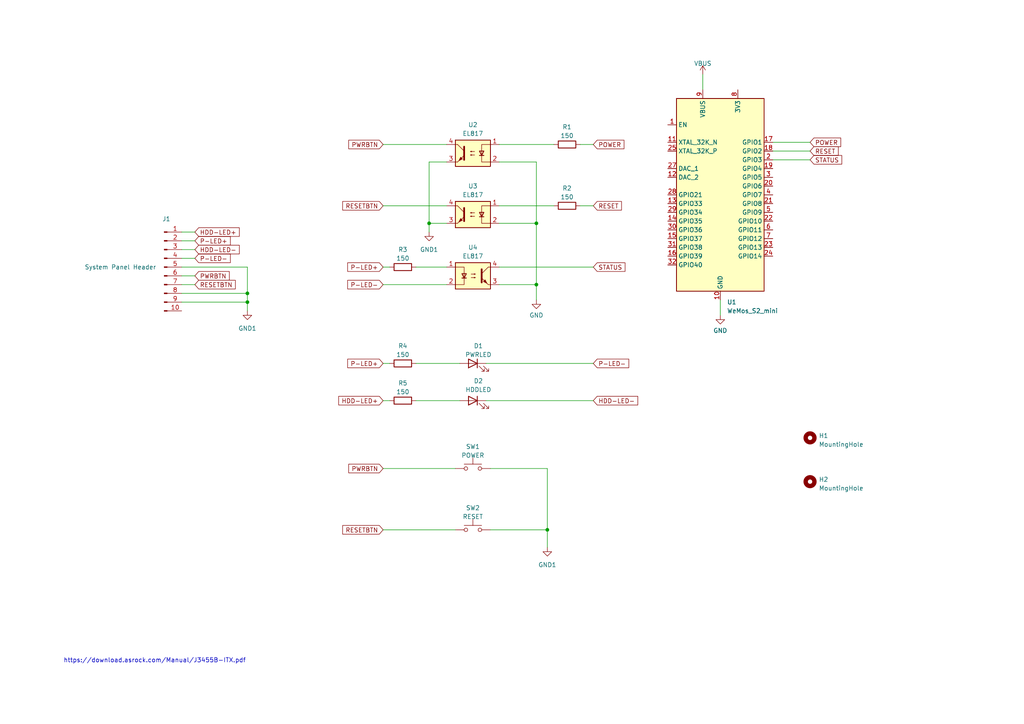
<source format=kicad_sch>
(kicad_sch (version 20230409) (generator eeschema)
  (paper "A4")
  (lib_symbols
    (symbol "Connector:Conn_01x10_Pin" (pin_names (offset 1.016) hide)
      (property "Reference" "J" (at 0 12.7 0))
      (property "Value" "Conn_01x10_Pin" (at 0 -15.24 0))
      (symbol "Conn_01x10_Pin_1_1"
        (polyline (pts (xy 1.27 -12.7) (xy 0.8636 -12.7)) (stroke (width 0.1524)))
        (polyline (pts (xy 1.27 -10.16) (xy 0.8636 -10.16)) (stroke (width 0.1524)))
        (polyline (pts (xy 1.27 -7.62) (xy 0.8636 -7.62)) (stroke (width 0.1524)))
        (polyline (pts (xy 1.27 -5.08) (xy 0.8636 -5.08)) (stroke (width 0.1524)))
        (polyline (pts (xy 1.27 -2.54) (xy 0.8636 -2.54)) (stroke (width 0.1524)))
        (polyline (pts (xy 1.27 0) (xy 0.8636 0)) (stroke (width 0.1524)))
        (polyline (pts (xy 1.27 2.54) (xy 0.8636 2.54)) (stroke (width 0.1524)))
        (polyline (pts (xy 1.27 5.08) (xy 0.8636 5.08)) (stroke (width 0.1524)))
        (polyline (pts (xy 1.27 7.62) (xy 0.8636 7.62)) (stroke (width 0.1524)))
        (polyline (pts (xy 1.27 10.16) (xy 0.8636 10.16)) (stroke (width 0.1524)))
        (rectangle (start 0.8636 -12.573) (end 0 -12.827) (stroke (width 0.1524)) (fill (type outline)))
        (rectangle (start 0.8636 -10.033) (end 0 -10.287) (stroke (width 0.1524)) (fill (type outline)))
        (rectangle (start 0.8636 -7.493) (end 0 -7.747) (stroke (width 0.1524)) (fill (type outline)))
        (rectangle (start 0.8636 -4.953) (end 0 -5.207) (stroke (width 0.1524)) (fill (type outline)))
        (rectangle (start 0.8636 -2.413) (end 0 -2.667) (stroke (width 0.1524)) (fill (type outline)))
        (rectangle (start 0.8636 0.127) (end 0 -0.127) (stroke (width 0.1524)) (fill (type outline)))
        (rectangle (start 0.8636 2.667) (end 0 2.413) (stroke (width 0.1524)) (fill (type outline)))
        (rectangle (start 0.8636 5.207) (end 0 4.953) (stroke (width 0.1524)) (fill (type outline)))
        (rectangle (start 0.8636 7.747) (end 0 7.493) (stroke (width 0.1524)) (fill (type outline)))
        (rectangle (start 0.8636 10.287) (end 0 10.033) (stroke (width 0.1524)) (fill (type outline)))
        (pin passive line (at 5.08 10.16 180) (length 3.81) (name "Pin_1") (number "1"))
        (pin passive line (at 5.08 -12.7 180) (length 3.81) (name "Pin_10") (number "10"))
        (pin passive line (at 5.08 7.62 180) (length 3.81) (name "Pin_2") (number "2"))
        (pin passive line (at 5.08 5.08 180) (length 3.81) (name "Pin_3") (number "3"))
        (pin passive line (at 5.08 2.54 180) (length 3.81) (name "Pin_4") (number "4"))
        (pin passive line (at 5.08 0 180) (length 3.81) (name "Pin_5") (number "5"))
        (pin passive line (at 5.08 -2.54 180) (length 3.81) (name "Pin_6") (number "6"))
        (pin passive line (at 5.08 -5.08 180) (length 3.81) (name "Pin_7") (number "7"))
        (pin passive line (at 5.08 -7.62 180) (length 3.81) (name "Pin_8") (number "8"))
        (pin passive line (at 5.08 -10.16 180) (length 3.81) (name "Pin_9") (number "9"))
      )
    )
    (symbol "Device:LED" (pin_numbers hide) (pin_names (offset 1.016) hide)
      (property "Reference" "D" (at 0 2.54 0))
      (property "Value" "LED" (at 0 -2.54 0))
      (symbol "LED_0_1"
        (polyline (pts (xy -1.27 -1.27) (xy -1.27 1.27)) (stroke (width 0.254)))
        (polyline (pts (xy -1.27 0) (xy 1.27 0)))
        (polyline (pts (xy 1.27 -1.27) (xy 1.27 1.27) (xy -1.27 0) (xy 1.27 -1.27)) (stroke (width 0.254)))
        (polyline (pts (xy -3.048 -0.762) (xy -4.572 -2.286) (xy -3.81 -2.286) (xy -4.572 -2.286) (xy -4.572 -1.524)))
        (polyline (pts (xy -1.778 -0.762) (xy -3.302 -2.286) (xy -2.54 -2.286) (xy -3.302 -2.286) (xy -3.302 -1.524)))
      )
      (symbol "LED_1_1"
        (pin passive line (at -3.81 0 0) (length 2.54) (name "K") (number "1"))
        (pin passive line (at 3.81 0 180) (length 2.54) (name "A") (number "2"))
      )
    )
    (symbol "Device:R" (pin_numbers hide) (pin_names (offset 0))
      (property "Reference" "R" (at 2.032 0 90))
      (property "Value" "R" (at 0 0 90))
      (symbol "R_0_1"
        (rectangle (start -1.016 -2.54) (end 1.016 2.54) (stroke (width 0.254)))
      )
      (symbol "R_1_1"
        (pin passive line (at 0 3.81 270) (length 1.27) (name "~") (number "1"))
        (pin passive line (at 0 -3.81 90) (length 1.27) (name "~") (number "2"))
      )
    )
    (symbol "Isolator:EL817" (pin_names (offset 1.016))
      (property "Reference" "U" (at -5.08 5.08 0))
      (property "Value" "EL817" (at 0 5.08 0))
      (symbol "EL817_0_1"
        (rectangle (start -5.08 3.81) (end 5.08 -3.81) (stroke (width 0.254)) (fill (type background)))
        (polyline (pts (xy -3.175 -0.635) (xy -1.905 -0.635)) (stroke (width 0.254)))
        (polyline (pts (xy 2.54 0.635) (xy 4.445 2.54)))
        (polyline (pts (xy 4.445 -2.54) (xy 2.54 -0.635)) (fill (type outline)))
        (polyline (pts (xy 4.445 -2.54) (xy 5.08 -2.54)))
        (polyline (pts (xy 4.445 2.54) (xy 5.08 2.54)))
        (polyline (pts (xy -5.08 2.54) (xy -2.54 2.54) (xy -2.54 -0.635)))
        (polyline (pts (xy -2.54 -0.635) (xy -2.54 -2.54) (xy -5.08 -2.54)))
        (polyline (pts (xy 2.54 1.905) (xy 2.54 -1.905) (xy 2.54 -1.905)) (stroke (width 0.508)))
        (polyline (pts (xy -2.54 -0.635) (xy -3.175 0.635) (xy -1.905 0.635) (xy -2.54 -0.635)) (stroke (width 0.254)))
        (polyline (pts (xy -0.508 -0.508) (xy 0.762 -0.508) (xy 0.381 -0.635) (xy 0.381 -0.381) (xy 0.762 -0.508)))
        (polyline (pts (xy -0.508 0.508) (xy 0.762 0.508) (xy 0.381 0.381) (xy 0.381 0.635) (xy 0.762 0.508)))
        (polyline (pts (xy 3.048 -1.651) (xy 3.556 -1.143) (xy 4.064 -2.159) (xy 3.048 -1.651) (xy 3.048 -1.651)) (fill (type outline)))
      )
      (symbol "EL817_1_1"
        (pin passive line (at -7.62 2.54 0) (length 2.54) (name "~") (number "1"))
        (pin passive line (at -7.62 -2.54 0) (length 2.54) (name "~") (number "2"))
        (pin passive line (at 7.62 -2.54 180) (length 2.54) (name "~") (number "3"))
        (pin passive line (at 7.62 2.54 180) (length 2.54) (name "~") (number "4"))
      )
    )
    (symbol "MCU_Module:WeMos_S2_mini"
      (property "Reference" "U" (at 2.54 -30.48 0))
      (property "Value" "WeMos_S2_mini" (at 2.54 -33.02 0))
      (symbol "WeMos_S2_mini_1_1"
        (rectangle (start -12.7 27.94) (end 12.7 -27.94) (stroke (width 0.254)) (fill (type background)))
        (pin input line (at -15.24 20.32 0) (length 2.54) (name "EN") (number "1"))
        (pin power_in line (at 0 -30.48 90) (length 2.54) (name "GND") (number "10"))
        (pin input line (at -15.24 15.24 0) (length 2.54) (name "XTAL_32K_N") (number "11"))
        (pin output line (at -15.24 5.08 0) (length 2.54) (name "DAC_2") (number "12"))
        (pin bidirectional line (at -15.24 -2.54 0) (length 2.54) (name "GPIO33") (number "13"))
        (pin bidirectional line (at -15.24 -7.62 0) (length 2.54) (name "GPIO35") (number "14"))
        (pin bidirectional line (at -15.24 -12.7 0) (length 2.54) (name "GPIO37") (number "15"))
        (pin bidirectional line (at -15.24 -17.78 0) (length 2.54) (name "GPIO39") (number "16"))
        (pin bidirectional line (at 15.24 15.24 180) (length 2.54) (name "GPIO1") (number "17"))
        (pin bidirectional line (at 15.24 12.7 180) (length 2.54) (name "GPIO2") (number "18"))
        (pin bidirectional line (at 15.24 7.62 180) (length 2.54) (name "GPIO4") (number "19"))
        (pin bidirectional line (at 15.24 10.16 180) (length 2.54) (name "GPIO3") (number "2"))
        (pin bidirectional line (at 15.24 2.54 180) (length 2.54) (name "GPIO6") (number "20"))
        (pin bidirectional line (at 15.24 -2.54 180) (length 2.54) (name "GPIO8") (number "21"))
        (pin bidirectional line (at 15.24 -7.62 180) (length 2.54) (name "GPIO10") (number "22"))
        (pin bidirectional line (at 15.24 -15.24 180) (length 2.54) (name "GPIO13") (number "23"))
        (pin bidirectional line (at 15.24 -17.78 180) (length 2.54) (name "GPIO14") (number "24"))
        (pin output line (at -15.24 12.7 0) (length 2.54) (name "XTAL_32K_P") (number "25"))
        (pin passive line (at 0 -30.48 90) (length 2.54) hide (name "GND") (number "26"))
        (pin output line (at -15.24 7.62 0) (length 2.54) (name "DAC_1") (number "27"))
        (pin bidirectional line (at -15.24 0 0) (length 2.54) (name "GPIO21") (number "28"))
        (pin bidirectional line (at -15.24 -5.08 0) (length 2.54) (name "GPIO34") (number "29"))
        (pin bidirectional line (at 15.24 5.08 180) (length 2.54) (name "GPIO5") (number "3"))
        (pin bidirectional line (at -15.24 -10.16 0) (length 2.54) (name "GPIO36") (number "30"))
        (pin bidirectional line (at -15.24 -15.24 0) (length 2.54) (name "GPIO38") (number "31"))
        (pin bidirectional line (at -15.24 -20.32 0) (length 2.54) (name "GPIO40") (number "32"))
        (pin bidirectional line (at 15.24 0 180) (length 2.54) (name "GPIO7") (number "4"))
        (pin bidirectional line (at 15.24 -5.08 180) (length 2.54) (name "GPIO9") (number "5"))
        (pin bidirectional line (at 15.24 -10.16 180) (length 2.54) (name "GPIO11") (number "6"))
        (pin bidirectional line (at 15.24 -12.7 180) (length 2.54) (name "GPIO12") (number "7"))
        (pin power_out line (at 5.08 30.48 270) (length 2.54) (name "3V3") (number "8"))
        (pin power_out line (at -5.08 30.48 270) (length 2.54) (name "VBUS") (number "9"))
      )
    )
    (symbol "Mechanical:MountingHole" (pin_names (offset 1.016))
      (property "Reference" "H" (at 0 5.08 0))
      (property "Value" "MountingHole" (at 0 3.175 0))
      (symbol "MountingHole_0_1"
        (circle (center 0 0) (radius 1.27) (stroke (width 1.27)))
      )
    )
    (symbol "Switch:SW_Push" (pin_numbers hide) (pin_names (offset 1.016) hide)
      (property "Reference" "SW" (at 1.27 2.54 0))
      (property "Value" "SW_Push" (at 0 -1.524 0))
      (symbol "SW_Push_0_1"
        (circle (center -2.032 0) (radius 0.508))
        (polyline (pts (xy 0 1.27) (xy 0 3.048)))
        (polyline (pts (xy 2.54 1.27) (xy -2.54 1.27)))
        (circle (center 2.032 0) (radius 0.508))
        (pin passive line (at -5.08 0 0) (length 2.54) (name "1") (number "1"))
        (pin passive line (at 5.08 0 180) (length 2.54) (name "2") (number "2"))
      )
    )
    (symbol "power:GND" (power) (pin_names (offset 0))
      (property "Value" "GND" (at 0 -3.81 0))
      (symbol "GND_0_1"
        (polyline (pts (xy 0 0) (xy 0 -1.27) (xy 1.27 -1.27) (xy 0 -2.54) (xy -1.27 -1.27) (xy 0 -1.27)))
      )
      (symbol "GND_1_1"
        (pin power_in line (at 0 0 270) (length 0) hide (name "GND") (number "1"))
      )
    )
    (symbol "power:GND1" (power) (pin_names (offset 0))
      (property "Value" "GND1" (at 0 -3.81 0))
      (symbol "GND1_0_1"
        (polyline (pts (xy 0 0) (xy 0 -1.27) (xy 1.27 -1.27) (xy 0 -2.54) (xy -1.27 -1.27) (xy 0 -1.27)))
      )
      (symbol "GND1_1_1"
        (pin power_in line (at 0 0 270) (length 0) hide (name "GND1") (number "1"))
      )
    )
    (symbol "power:VBUS" (power) (pin_names (offset 0))
      (property "Value" "VBUS" (at 0 3.81 0))
      (symbol "VBUS_0_1"
        (polyline (pts (xy -0.762 1.27) (xy 0 2.54)))
        (polyline (pts (xy 0 0) (xy 0 2.54)))
        (polyline (pts (xy 0 2.54) (xy 0.762 1.27)))
      )
      (symbol "VBUS_1_1"
        (pin power_in line (at 0 0 90) (length 0) hide (name "VBUS") (number "1"))
      )
    )
  )
  (junction (at 124.46 64.77))
  (junction (at 158.75 153.67))
  (junction (at 71.755 87.63))
  (junction (at 155.575 82.55))
  (junction (at 155.575 64.77))
  (junction (at 71.755 85.09))
  (wire (pts (xy 124.46 64.77) (xy 129.54 64.77)))
  (wire (pts (xy 111.125 116.205) (xy 113.03 116.205)))
  (wire (pts (xy 158.75 153.67) (xy 158.75 135.89)))
  (wire (pts (xy 52.705 67.31) (xy 56.515 67.31)))
  (wire (pts (xy 168.275 59.69) (xy 172.085 59.69)))
  (wire (pts (xy 208.915 86.995) (xy 208.915 91.44)))
  (wire (pts (xy 111.125 135.89) (xy 132.08 135.89)))
  (wire (pts (xy 52.705 72.39) (xy 56.515 72.39)))
  (wire (pts (xy 52.705 80.01) (xy 56.515 80.01)))
  (wire (pts (xy 158.75 158.75) (xy 158.75 153.67)))
  (wire (pts (xy 111.125 77.47) (xy 113.03 77.47)))
  (wire (pts (xy 224.155 41.275) (xy 234.95 41.275)))
  (wire (pts (xy 144.78 77.47) (xy 172.085 77.47)))
  (wire (pts (xy 52.705 69.85) (xy 56.515 69.85)))
  (wire (pts (xy 155.575 64.77) (xy 155.575 82.55)))
  (wire (pts (xy 120.65 116.205) (xy 133.35 116.205)))
  (wire (pts (xy 129.54 46.99) (xy 124.46 46.99)))
  (wire (pts (xy 52.705 74.93) (xy 56.515 74.93)))
  (wire (pts (xy 144.78 64.77) (xy 155.575 64.77)))
  (wire (pts (xy 120.65 105.41) (xy 133.35 105.41)))
  (wire (pts (xy 111.125 82.55) (xy 129.54 82.55)))
  (wire (pts (xy 52.705 77.47) (xy 71.755 77.47)))
  (wire (pts (xy 111.125 153.67) (xy 132.08 153.67)))
  (wire (pts (xy 144.78 82.55) (xy 155.575 82.55)))
  (wire (pts (xy 224.155 43.815) (xy 234.95 43.815)))
  (wire (pts (xy 142.24 153.67) (xy 158.75 153.67)))
  (wire (pts (xy 168.275 41.91) (xy 172.085 41.91)))
  (wire (pts (xy 144.78 41.91) (xy 160.655 41.91)))
  (wire (pts (xy 71.755 87.63) (xy 71.755 90.17)))
  (wire (pts (xy 111.125 105.41) (xy 113.03 105.41)))
  (wire (pts (xy 155.575 82.55) (xy 155.575 86.995)))
  (wire (pts (xy 140.97 105.41) (xy 172.085 105.41)))
  (wire (pts (xy 71.755 85.09) (xy 71.755 87.63)))
  (wire (pts (xy 144.78 59.69) (xy 160.655 59.69)))
  (wire (pts (xy 111.125 41.91) (xy 129.54 41.91)))
  (wire (pts (xy 111.125 59.69) (xy 129.54 59.69)))
  (wire (pts (xy 52.705 85.09) (xy 71.755 85.09)))
  (wire (pts (xy 142.24 135.89) (xy 158.75 135.89)))
  (wire (pts (xy 52.705 82.55) (xy 56.515 82.55)))
  (wire (pts (xy 52.705 87.63) (xy 71.755 87.63)))
  (wire (pts (xy 155.575 46.99) (xy 155.575 64.77)))
  (wire (pts (xy 124.46 67.31) (xy 124.46 64.77)))
  (wire (pts (xy 203.835 26.035) (xy 203.835 21.59)))
  (wire (pts (xy 120.65 77.47) (xy 129.54 77.47)))
  (wire (pts (xy 144.78 46.99) (xy 155.575 46.99)))
  (wire (pts (xy 140.97 116.205) (xy 172.085 116.205)))
  (wire (pts (xy 124.46 46.99) (xy 124.46 64.77)))
  (wire (pts (xy 71.755 77.47) (xy 71.755 85.09)))
  (wire (pts (xy 224.155 46.355) (xy 234.95 46.355)))
  (text "https://download.asrock.com/Manual/J3455B-ITX.pdf" (at 18.415 192.405 0) (effects (font (size 1.27 1.27)) (justify left bottom)))
  (global_label "HDD-LED-" (shape input) (at 56.515 72.39 0) (property "Intersheetrefs" "${INTERSHEET_REFS}" (effects hide)))
  (global_label "STATUS" (shape input) (at 234.95 46.355 0) (property "Intersheetrefs" "${INTERSHEET_REFS}" (effects hide)))
  (global_label "P-LED-" (shape input) (at 56.515 74.93 0) (property "Intersheetrefs" "${INTERSHEET_REFS}" (effects hide)))
  (global_label "STATUS" (shape input) (at 172.085 77.47 0) (property "Intersheetrefs" "${INTERSHEET_REFS}" (effects hide)))
  (global_label "HDD-LED+" (shape input) (at 56.515 67.31 0) (property "Intersheetrefs" "${INTERSHEET_REFS}" (effects hide)))
  (global_label "HDD-LED+" (shape input) (at 111.125 116.205 180) (property "Intersheetrefs" "${INTERSHEET_REFS}" (effects hide)))
  (global_label "PWRBTN" (shape input) (at 56.515 80.01 0) (property "Intersheetrefs" "${INTERSHEET_REFS}" (effects hide)))
  (global_label "HDD-LED-" (shape input) (at 172.085 116.205 0) (property "Intersheetrefs" "${INTERSHEET_REFS}" (effects hide)))
  (global_label "P-LED+" (shape input) (at 111.125 105.41 180) (property "Intersheetrefs" "${INTERSHEET_REFS}" (effects hide)))
  (global_label "P-LED+" (shape input) (at 111.125 77.47 180) (property "Intersheetrefs" "${INTERSHEET_REFS}" (effects hide)))
  (global_label "RESET" (shape input) (at 172.085 59.69 0) (property "Intersheetrefs" "${INTERSHEET_REFS}" (effects hide)))
  (global_label "P-LED+" (shape input) (at 56.515 69.85 0) (property "Intersheetrefs" "${INTERSHEET_REFS}" (effects hide)))
  (global_label "PWRBTN" (shape input) (at 111.125 135.89 180) (property "Intersheetrefs" "${INTERSHEET_REFS}" (effects hide)))
  (global_label "RESETBTN" (shape input) (at 111.125 59.69 180) (property "Intersheetrefs" "${INTERSHEET_REFS}" (effects hide)))
  (global_label "POWER" (shape input) (at 234.95 41.275 0) (property "Intersheetrefs" "${INTERSHEET_REFS}" (effects hide)))
  (global_label "P-LED-" (shape input) (at 111.125 82.55 180) (property "Intersheetrefs" "${INTERSHEET_REFS}" (effects hide)))
  (global_label "RESETBTN" (shape input) (at 56.515 82.55 0) (property "Intersheetrefs" "${INTERSHEET_REFS}" (effects hide)))
  (global_label "RESET" (shape input) (at 234.95 43.815 0) (property "Intersheetrefs" "${INTERSHEET_REFS}" (effects hide)))
  (global_label "RESETBTN" (shape input) (at 111.125 153.67 180) (property "Intersheetrefs" "${INTERSHEET_REFS}" (effects hide)))
  (global_label "POWER" (shape input) (at 172.085 41.91 0) (property "Intersheetrefs" "${INTERSHEET_REFS}" (effects hide)))
  (global_label "PWRBTN" (shape input) (at 111.125 41.91 180) (property "Intersheetrefs" "${INTERSHEET_REFS}" (effects hide)))
  (global_label "P-LED-" (shape input) (at 172.085 105.41 0) (property "Intersheetrefs" "${INTERSHEET_REFS}" (effects hide)))
  (symbol (lib_id "Switch:SW_Push") (at 137.16 153.67 0) (unit 1)
    (property "Reference" "SW2" (at 137.16 147.32 0))
    (property "Value" "RESET" (at 137.16 149.86 0))
    (property "Footprint" "Button_Switch_THT:SW_PUSH_6mm_H5mm" (effects hide))
  )
  (symbol (lib_id "Device:R") (at 116.84 116.205 90) (unit 1)
    (property "Reference" "R5" (at 116.84 111.125 90))
    (property "Value" "150" (at 116.84 113.665 90))
    (property "Footprint" "Resistor_SMD:R_0603_1608Metric" (effects hide))
  )
  (symbol (lib_id "Device:R") (at 116.84 105.41 90) (unit 1)
    (property "Reference" "R4" (at 116.84 100.33 90))
    (property "Value" "150" (at 116.84 102.87 90))
    (property "Footprint" "Resistor_SMD:R_0603_1608Metric" (effects hide))
  )
  (symbol (lib_id "power:GND1") (at 71.755 90.17 0) (unit 1)
    (property "Reference" "#PWR05" (effects hide))
    (property "Value" "GND1" (at 71.755 95.25 0))
  )
  (symbol (lib_id "Mechanical:MountingHole") (at 234.95 139.7 0) (unit 1)
    (property "Reference" "H2" (at 237.49 139.065 0) (effects (justify left)))
    (property "Value" "MountingHole" (at 237.49 141.605 0) (effects (justify left)))
    (property "Footprint" "MountingHole:MountingHole_3.2mm_M3" (effects hide))
  )
  (symbol (lib_id "Device:R") (at 164.465 59.69 90) (unit 1)
    (property "Reference" "R2" (at 164.465 54.61 90))
    (property "Value" "150" (at 164.465 57.15 90))
    (property "Footprint" "Resistor_SMD:R_0603_1608Metric" (effects hide))
  )
  (symbol (lib_id "Isolator:EL817") (at 137.16 62.23 0) (mirror y) (unit 1)
    (property "Reference" "U3" (at 137.16 53.975 0))
    (property "Value" "EL817" (at 137.16 56.515 0))
    (property "Footprint" "Package_DIP:DIP-4_W7.62mm_SMDSocket_SmallPads" (effects hide))
    (property "Datasheet" "http://www.everlight.com/file/ProductFile/EL817.pdf" (effects hide))
  )
  (symbol (lib_id "Device:R") (at 164.465 41.91 90) (unit 1)
    (property "Reference" "R1" (at 164.465 36.83 90))
    (property "Value" "150" (at 164.465 39.37 90))
    (property "Footprint" "Resistor_SMD:R_0603_1608Metric" (effects hide))
  )
  (symbol (lib_id "power:VBUS") (at 203.835 21.59 0) (unit 1)
    (property "Reference" "#PWR04" (effects hide))
    (property "Value" "VBUS" (at 203.835 18.415 0))
  )
  (symbol (lib_id "Connector:Conn_01x10_Pin") (at 47.625 77.47 0) (unit 1)
    (property "Reference" "J1" (at 48.26 63.5 0))
    (property "Value" "System Panel Header" (at 34.925 77.47 0))
    (property "Footprint" "Connector_PinHeader_2.54mm:PinHeader_2x05_P2.54mm_Vertical" (effects hide))
  )
  (symbol (lib_id "Device:LED") (at 137.16 105.41 0) (mirror y) (unit 1)
    (property "Reference" "D1" (at 138.7475 100.33 0))
    (property "Value" "PWRLED" (at 138.7475 102.87 0))
    (property "Footprint" "LED_SMD:LED_0603_1608Metric" (effects hide))
  )
  (symbol (lib_id "Device:LED") (at 137.16 116.205 0) (mirror y) (unit 1)
    (property "Reference" "D2" (at 138.7475 110.49 0))
    (property "Value" "HDDLED" (at 138.7475 113.03 0))
    (property "Footprint" "LED_SMD:LED_0603_1608Metric" (effects hide))
  )
  (symbol (lib_id "power:GND") (at 155.575 86.995 0) (unit 1)
    (property "Reference" "#PWR02" (effects hide))
    (property "Value" "GND" (at 155.575 91.44 0))
  )
  (symbol (lib_id "power:GND") (at 208.915 91.44 0) (unit 1)
    (property "Reference" "#PWR01" (effects hide))
    (property "Value" "GND" (at 208.915 95.885 0))
  )
  (symbol (lib_id "power:GND1") (at 158.75 158.75 0) (unit 1)
    (property "Reference" "#PWR07" (effects hide))
    (property "Value" "GND1" (at 158.75 163.83 0))
  )
  (symbol (lib_id "Isolator:EL817") (at 137.16 44.45 0) (mirror y) (unit 1)
    (property "Reference" "U2" (at 137.16 36.195 0))
    (property "Value" "EL817" (at 137.16 38.735 0))
    (property "Footprint" "Package_DIP:DIP-4_W7.62mm_SMDSocket_SmallPads" (effects hide))
    (property "Datasheet" "http://www.everlight.com/file/ProductFile/EL817.pdf" (effects hide))
  )
  (symbol (lib_id "Device:R") (at 116.84 77.47 90) (unit 1)
    (property "Reference" "R3" (at 116.84 72.39 90))
    (property "Value" "150" (at 116.84 74.93 90))
    (property "Footprint" "Resistor_SMD:R_0603_1608Metric" (effects hide))
  )
  (symbol (lib_id "power:GND1") (at 124.46 67.31 0) (unit 1)
    (property "Reference" "#PWR03" (effects hide))
    (property "Value" "GND1" (at 124.46 72.39 0))
  )
  (symbol (lib_id "Mechanical:MountingHole") (at 234.95 127 0) (unit 1)
    (property "Reference" "H1" (at 237.49 126.365 0) (effects (justify left)))
    (property "Value" "MountingHole" (at 237.49 128.905 0) (effects (justify left)))
    (property "Footprint" "MountingHole:MountingHole_3.2mm_M3" (effects hide))
  )
  (symbol (lib_id "Isolator:EL817") (at 137.16 80.01 0) (unit 1)
    (property "Reference" "U4" (at 137.16 71.755 0))
    (property "Value" "EL817" (at 137.16 74.295 0))
    (property "Footprint" "Package_DIP:DIP-4_W7.62mm_SMDSocket_SmallPads" (effects hide))
    (property "Datasheet" "http://www.everlight.com/file/ProductFile/EL817.pdf" (effects hide))
  )
  (symbol (lib_id "Switch:SW_Push") (at 137.16 135.89 0) (unit 1)
    (property "Reference" "SW1" (at 137.16 129.54 0))
    (property "Value" "POWER" (at 137.16 132.08 0))
    (property "Footprint" "Button_Switch_THT:SW_PUSH_6mm_H5mm" (effects hide))
  )
  (symbol (lib_id "MCU_Module:WeMos_S2_mini") (at 208.915 56.515 0) (unit 1)
    (property "Reference" "U1" (at 210.8709 87.63 0) (effects (justify left)))
    (property "Value" "WeMos_S2_mini" (at 210.8709 90.17 0) (effects (justify left)))
    (property "Footprint" "footprints:WEMOS_S2_mini" (effects hide))
    (property "Datasheet" "https://www.wemos.cc/en/latest/s2/s2_mini.html" (effects hide))
  )
)
</source>
